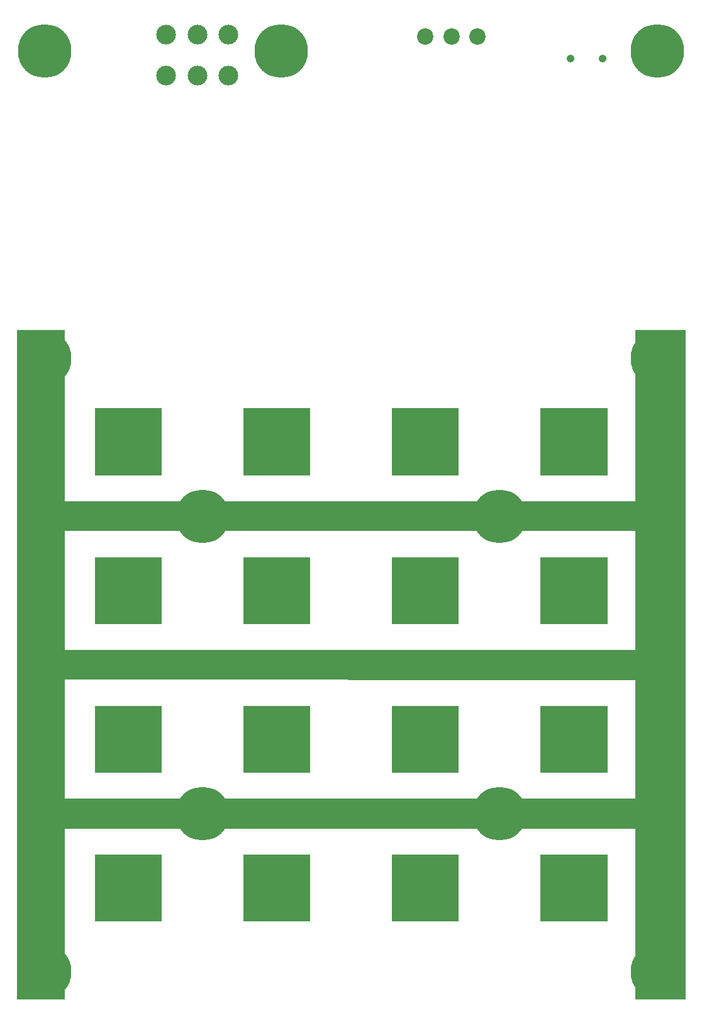
<source format=gbs>
%FSLAX44Y44*%
%MOMM*%
G71*
G01*
G75*
G04 Layer_Color=16711935*
%ADD10O,0.8000X0.2000*%
%ADD11O,0.2000X0.8000*%
%ADD12R,0.3500X0.3500*%
%ADD13C,0.6000*%
G04:AMPARAMS|DCode=14|XSize=1mm|YSize=0.95mm|CornerRadius=0.1995mm|HoleSize=0mm|Usage=FLASHONLY|Rotation=90.000|XOffset=0mm|YOffset=0mm|HoleType=Round|Shape=RoundedRectangle|*
%AMROUNDEDRECTD14*
21,1,1.0000,0.5510,0,0,90.0*
21,1,0.6010,0.9500,0,0,90.0*
1,1,0.3990,0.2755,0.3005*
1,1,0.3990,0.2755,-0.3005*
1,1,0.3990,-0.2755,-0.3005*
1,1,0.3990,-0.2755,0.3005*
%
%ADD14ROUNDEDRECTD14*%
G04:AMPARAMS|DCode=15|XSize=1mm|YSize=0.95mm|CornerRadius=0.1995mm|HoleSize=0mm|Usage=FLASHONLY|Rotation=0.000|XOffset=0mm|YOffset=0mm|HoleType=Round|Shape=RoundedRectangle|*
%AMROUNDEDRECTD15*
21,1,1.0000,0.5510,0,0,0.0*
21,1,0.6010,0.9500,0,0,0.0*
1,1,0.3990,0.3005,-0.2755*
1,1,0.3990,-0.3005,-0.2755*
1,1,0.3990,-0.3005,0.2755*
1,1,0.3990,0.3005,0.2755*
%
%ADD15ROUNDEDRECTD15*%
G04:AMPARAMS|DCode=16|XSize=1mm|YSize=0.9mm|CornerRadius=0.198mm|HoleSize=0mm|Usage=FLASHONLY|Rotation=90.000|XOffset=0mm|YOffset=0mm|HoleType=Round|Shape=RoundedRectangle|*
%AMROUNDEDRECTD16*
21,1,1.0000,0.5040,0,0,90.0*
21,1,0.6040,0.9000,0,0,90.0*
1,1,0.3960,0.2520,0.3020*
1,1,0.3960,0.2520,-0.3020*
1,1,0.3960,-0.2520,-0.3020*
1,1,0.3960,-0.2520,0.3020*
%
%ADD16ROUNDEDRECTD16*%
G04:AMPARAMS|DCode=17|XSize=1mm|YSize=0.9mm|CornerRadius=0.198mm|HoleSize=0mm|Usage=FLASHONLY|Rotation=0.000|XOffset=0mm|YOffset=0mm|HoleType=Round|Shape=RoundedRectangle|*
%AMROUNDEDRECTD17*
21,1,1.0000,0.5040,0,0,0.0*
21,1,0.6040,0.9000,0,0,0.0*
1,1,0.3960,0.3020,-0.2520*
1,1,0.3960,-0.3020,-0.2520*
1,1,0.3960,-0.3020,0.2520*
1,1,0.3960,0.3020,0.2520*
%
%ADD17ROUNDEDRECTD17*%
G04:AMPARAMS|DCode=18|XSize=2.7mm|YSize=1.15mm|CornerRadius=0.2013mm|HoleSize=0mm|Usage=FLASHONLY|Rotation=90.000|XOffset=0mm|YOffset=0mm|HoleType=Round|Shape=RoundedRectangle|*
%AMROUNDEDRECTD18*
21,1,2.7000,0.7475,0,0,90.0*
21,1,2.2975,1.1500,0,0,90.0*
1,1,0.4025,0.3738,1.1487*
1,1,0.4025,0.3738,-1.1487*
1,1,0.4025,-0.3738,-1.1487*
1,1,0.4025,-0.3738,1.1487*
%
%ADD18ROUNDEDRECTD18*%
G04:AMPARAMS|DCode=19|XSize=2.5mm|YSize=2mm|CornerRadius=0.2mm|HoleSize=0mm|Usage=FLASHONLY|Rotation=270.000|XOffset=0mm|YOffset=0mm|HoleType=Round|Shape=RoundedRectangle|*
%AMROUNDEDRECTD19*
21,1,2.5000,1.6000,0,0,270.0*
21,1,2.1000,2.0000,0,0,270.0*
1,1,0.4000,-0.8000,-1.0500*
1,1,0.4000,-0.8000,1.0500*
1,1,0.4000,0.8000,1.0500*
1,1,0.4000,0.8000,-1.0500*
%
%ADD19ROUNDEDRECTD19*%
G04:AMPARAMS|DCode=20|XSize=2.3mm|YSize=0.5mm|CornerRadius=0.2mm|HoleSize=0mm|Usage=FLASHONLY|Rotation=270.000|XOffset=0mm|YOffset=0mm|HoleType=Round|Shape=RoundedRectangle|*
%AMROUNDEDRECTD20*
21,1,2.3000,0.1000,0,0,270.0*
21,1,1.9000,0.5000,0,0,270.0*
1,1,0.4000,-0.0500,-0.9500*
1,1,0.4000,-0.0500,0.9500*
1,1,0.4000,0.0500,0.9500*
1,1,0.4000,0.0500,-0.9500*
%
%ADD20ROUNDEDRECTD20*%
G04:AMPARAMS|DCode=21|XSize=2.5mm|YSize=1.7mm|CornerRadius=0.204mm|HoleSize=0mm|Usage=FLASHONLY|Rotation=0.000|XOffset=0mm|YOffset=0mm|HoleType=Round|Shape=RoundedRectangle|*
%AMROUNDEDRECTD21*
21,1,2.5000,1.2920,0,0,0.0*
21,1,2.0920,1.7000,0,0,0.0*
1,1,0.4080,1.0460,-0.6460*
1,1,0.4080,-1.0460,-0.6460*
1,1,0.4080,-1.0460,0.6460*
1,1,0.4080,1.0460,0.6460*
%
%ADD21ROUNDEDRECTD21*%
G04:AMPARAMS|DCode=22|XSize=1.1mm|YSize=0.8mm|CornerRadius=0.268mm|HoleSize=0mm|Usage=FLASHONLY|Rotation=0.000|XOffset=0mm|YOffset=0mm|HoleType=Round|Shape=RoundedRectangle|*
%AMROUNDEDRECTD22*
21,1,1.1000,0.2640,0,0,0.0*
21,1,0.5640,0.8000,0,0,0.0*
1,1,0.5360,0.2820,-0.1320*
1,1,0.5360,-0.2820,-0.1320*
1,1,0.5360,-0.2820,0.1320*
1,1,0.5360,0.2820,0.1320*
%
%ADD22ROUNDEDRECTD22*%
G04:AMPARAMS|DCode=23|XSize=1.1mm|YSize=0.6mm|CornerRadius=0.201mm|HoleSize=0mm|Usage=FLASHONLY|Rotation=0.000|XOffset=0mm|YOffset=0mm|HoleType=Round|Shape=RoundedRectangle|*
%AMROUNDEDRECTD23*
21,1,1.1000,0.1980,0,0,0.0*
21,1,0.6980,0.6000,0,0,0.0*
1,1,0.4020,0.3490,-0.0990*
1,1,0.4020,-0.3490,-0.0990*
1,1,0.4020,-0.3490,0.0990*
1,1,0.4020,0.3490,0.0990*
%
%ADD23ROUNDEDRECTD23*%
G04:AMPARAMS|DCode=24|XSize=1.2mm|YSize=1.2mm|CornerRadius=0.198mm|HoleSize=0mm|Usage=FLASHONLY|Rotation=0.000|XOffset=0mm|YOffset=0mm|HoleType=Round|Shape=RoundedRectangle|*
%AMROUNDEDRECTD24*
21,1,1.2000,0.8040,0,0,0.0*
21,1,0.8040,1.2000,0,0,0.0*
1,1,0.3960,0.4020,-0.4020*
1,1,0.3960,-0.4020,-0.4020*
1,1,0.3960,-0.4020,0.4020*
1,1,0.3960,0.4020,0.4020*
%
%ADD24ROUNDEDRECTD24*%
G04:AMPARAMS|DCode=25|XSize=1.45mm|YSize=1.15mm|CornerRadius=0.2013mm|HoleSize=0mm|Usage=FLASHONLY|Rotation=0.000|XOffset=0mm|YOffset=0mm|HoleType=Round|Shape=RoundedRectangle|*
%AMROUNDEDRECTD25*
21,1,1.4500,0.7475,0,0,0.0*
21,1,1.0475,1.1500,0,0,0.0*
1,1,0.4025,0.5238,-0.3738*
1,1,0.4025,-0.5238,-0.3738*
1,1,0.4025,-0.5238,0.3738*
1,1,0.4025,0.5238,0.3738*
%
%ADD25ROUNDEDRECTD25*%
G04:AMPARAMS|DCode=26|XSize=1.45mm|YSize=1.15mm|CornerRadius=0.2013mm|HoleSize=0mm|Usage=FLASHONLY|Rotation=270.000|XOffset=0mm|YOffset=0mm|HoleType=Round|Shape=RoundedRectangle|*
%AMROUNDEDRECTD26*
21,1,1.4500,0.7475,0,0,270.0*
21,1,1.0475,1.1500,0,0,270.0*
1,1,0.4025,-0.3738,-0.5238*
1,1,0.4025,-0.3738,0.5238*
1,1,0.4025,0.3738,0.5238*
1,1,0.4025,0.3738,-0.5238*
%
%ADD26ROUNDEDRECTD26*%
G04:AMPARAMS|DCode=27|XSize=2.7mm|YSize=1.15mm|CornerRadius=0.2013mm|HoleSize=0mm|Usage=FLASHONLY|Rotation=180.000|XOffset=0mm|YOffset=0mm|HoleType=Round|Shape=RoundedRectangle|*
%AMROUNDEDRECTD27*
21,1,2.7000,0.7475,0,0,180.0*
21,1,2.2975,1.1500,0,0,180.0*
1,1,0.4025,-1.1487,0.3738*
1,1,0.4025,1.1487,0.3738*
1,1,0.4025,1.1487,-0.3738*
1,1,0.4025,-1.1487,-0.3738*
%
%ADD27ROUNDEDRECTD27*%
G04:AMPARAMS|DCode=28|XSize=1.05mm|YSize=0.65mm|CornerRadius=0.2015mm|HoleSize=0mm|Usage=FLASHONLY|Rotation=180.000|XOffset=0mm|YOffset=0mm|HoleType=Round|Shape=RoundedRectangle|*
%AMROUNDEDRECTD28*
21,1,1.0500,0.2470,0,0,180.0*
21,1,0.6470,0.6500,0,0,180.0*
1,1,0.4030,-0.3235,0.1235*
1,1,0.4030,0.3235,0.1235*
1,1,0.4030,0.3235,-0.1235*
1,1,0.4030,-0.3235,-0.1235*
%
%ADD28ROUNDEDRECTD28*%
G04:AMPARAMS|DCode=29|XSize=1.2mm|YSize=1.2mm|CornerRadius=0.198mm|HoleSize=0mm|Usage=FLASHONLY|Rotation=90.000|XOffset=0mm|YOffset=0mm|HoleType=Round|Shape=RoundedRectangle|*
%AMROUNDEDRECTD29*
21,1,1.2000,0.8040,0,0,90.0*
21,1,0.8040,1.2000,0,0,90.0*
1,1,0.3960,0.4020,0.4020*
1,1,0.3960,0.4020,-0.4020*
1,1,0.3960,-0.4020,-0.4020*
1,1,0.3960,-0.4020,0.4020*
%
%ADD29ROUNDEDRECTD29*%
G04:AMPARAMS|DCode=30|XSize=3.3mm|YSize=2.5mm|CornerRadius=0.2mm|HoleSize=0mm|Usage=FLASHONLY|Rotation=270.000|XOffset=0mm|YOffset=0mm|HoleType=Round|Shape=RoundedRectangle|*
%AMROUNDEDRECTD30*
21,1,3.3000,2.1000,0,0,270.0*
21,1,2.9000,2.5000,0,0,270.0*
1,1,0.4000,-1.0500,-1.4500*
1,1,0.4000,-1.0500,1.4500*
1,1,0.4000,1.0500,1.4500*
1,1,0.4000,1.0500,-1.4500*
%
%ADD30ROUNDEDRECTD30*%
G04:AMPARAMS|DCode=31|XSize=6.5mm|YSize=5mm|CornerRadius=0.25mm|HoleSize=0mm|Usage=FLASHONLY|Rotation=90.000|XOffset=0mm|YOffset=0mm|HoleType=Round|Shape=RoundedRectangle|*
%AMROUNDEDRECTD31*
21,1,6.5000,4.5000,0,0,90.0*
21,1,6.0000,5.0000,0,0,90.0*
1,1,0.5000,2.2500,3.0000*
1,1,0.5000,2.2500,-3.0000*
1,1,0.5000,-2.2500,-3.0000*
1,1,0.5000,-2.2500,3.0000*
%
%ADD31ROUNDEDRECTD31*%
%ADD32O,0.5000X1.3500*%
%ADD33O,1.3500X0.5000*%
G04:AMPARAMS|DCode=34|XSize=1.75mm|YSize=1.05mm|CornerRadius=0.1995mm|HoleSize=0mm|Usage=FLASHONLY|Rotation=90.000|XOffset=0mm|YOffset=0mm|HoleType=Round|Shape=RoundedRectangle|*
%AMROUNDEDRECTD34*
21,1,1.7500,0.6510,0,0,90.0*
21,1,1.3510,1.0500,0,0,90.0*
1,1,0.3990,0.3255,0.6755*
1,1,0.3990,0.3255,-0.6755*
1,1,0.3990,-0.3255,-0.6755*
1,1,0.3990,-0.3255,0.6755*
%
%ADD34ROUNDEDRECTD34*%
G04:AMPARAMS|DCode=35|XSize=0.7mm|YSize=0.25mm|CornerRadius=0.0838mm|HoleSize=0mm|Usage=FLASHONLY|Rotation=0.000|XOffset=0mm|YOffset=0mm|HoleType=Round|Shape=RoundedRectangle|*
%AMROUNDEDRECTD35*
21,1,0.7000,0.0825,0,0,0.0*
21,1,0.5325,0.2500,0,0,0.0*
1,1,0.1675,0.2662,-0.0413*
1,1,0.1675,-0.2662,-0.0413*
1,1,0.1675,-0.2662,0.0413*
1,1,0.1675,0.2662,0.0413*
%
%ADD35ROUNDEDRECTD35*%
G04:AMPARAMS|DCode=36|XSize=1.35mm|YSize=1.65mm|CornerRadius=0.27mm|HoleSize=0mm|Usage=FLASHONLY|Rotation=90.000|XOffset=0mm|YOffset=0mm|HoleType=Round|Shape=RoundedRectangle|*
%AMROUNDEDRECTD36*
21,1,1.3500,1.1100,0,0,90.0*
21,1,0.8100,1.6500,0,0,90.0*
1,1,0.5400,0.5550,0.4050*
1,1,0.5400,0.5550,-0.4050*
1,1,0.5400,-0.5550,-0.4050*
1,1,0.5400,-0.5550,0.4050*
%
%ADD36ROUNDEDRECTD36*%
%ADD37O,0.6000X1.5500*%
G04:AMPARAMS|DCode=38|XSize=3.95mm|YSize=1.2mm|CornerRadius=0.198mm|HoleSize=0mm|Usage=FLASHONLY|Rotation=0.000|XOffset=0mm|YOffset=0mm|HoleType=Round|Shape=RoundedRectangle|*
%AMROUNDEDRECTD38*
21,1,3.9500,0.8040,0,0,0.0*
21,1,3.5540,1.2000,0,0,0.0*
1,1,0.3960,1.7770,-0.4020*
1,1,0.3960,-1.7770,-0.4020*
1,1,0.3960,-1.7770,0.4020*
1,1,0.3960,1.7770,0.4020*
%
%ADD38ROUNDEDRECTD38*%
G04:AMPARAMS|DCode=39|XSize=11.3mm|YSize=10.75mm|CornerRadius=0.215mm|HoleSize=0mm|Usage=FLASHONLY|Rotation=0.000|XOffset=0mm|YOffset=0mm|HoleType=Round|Shape=RoundedRectangle|*
%AMROUNDEDRECTD39*
21,1,11.3000,10.3200,0,0,0.0*
21,1,10.8700,10.7500,0,0,0.0*
1,1,0.4300,5.4350,-5.1600*
1,1,0.4300,-5.4350,-5.1600*
1,1,0.4300,-5.4350,5.1600*
1,1,0.4300,5.4350,5.1600*
%
%ADD39ROUNDEDRECTD39*%
G04:AMPARAMS|DCode=40|XSize=2.85mm|YSize=1mm|CornerRadius=0.2mm|HoleSize=0mm|Usage=FLASHONLY|Rotation=0.000|XOffset=0mm|YOffset=0mm|HoleType=Round|Shape=RoundedRectangle|*
%AMROUNDEDRECTD40*
21,1,2.8500,0.6000,0,0,0.0*
21,1,2.4500,1.0000,0,0,0.0*
1,1,0.4000,1.2250,-0.3000*
1,1,0.4000,-1.2250,-0.3000*
1,1,0.4000,-1.2250,0.3000*
1,1,0.4000,1.2250,0.3000*
%
%ADD40ROUNDEDRECTD40*%
G04:AMPARAMS|DCode=41|XSize=6.45mm|YSize=6mm|CornerRadius=0.21mm|HoleSize=0mm|Usage=FLASHONLY|Rotation=0.000|XOffset=0mm|YOffset=0mm|HoleType=Round|Shape=RoundedRectangle|*
%AMROUNDEDRECTD41*
21,1,6.4500,5.5800,0,0,0.0*
21,1,6.0300,6.0000,0,0,0.0*
1,1,0.4200,3.0150,-2.7900*
1,1,0.4200,-3.0150,-2.7900*
1,1,0.4200,-3.0150,2.7900*
1,1,0.4200,3.0150,2.7900*
%
%ADD41ROUNDEDRECTD41*%
%ADD42O,1.5500X0.6000*%
G04:AMPARAMS|DCode=43|XSize=4.9mm|YSize=1.6mm|CornerRadius=0.2mm|HoleSize=0mm|Usage=FLASHONLY|Rotation=270.000|XOffset=0mm|YOffset=0mm|HoleType=Round|Shape=RoundedRectangle|*
%AMROUNDEDRECTD43*
21,1,4.9000,1.2000,0,0,270.0*
21,1,4.5000,1.6000,0,0,270.0*
1,1,0.4000,-0.6000,-2.2500*
1,1,0.4000,-0.6000,2.2500*
1,1,0.4000,0.6000,2.2500*
1,1,0.4000,0.6000,-2.2500*
%
%ADD43ROUNDEDRECTD43*%
%ADD44C,1.0000*%
%ADD45O,1.5000X0.3000*%
%ADD46O,0.3000X1.5000*%
%ADD47R,1.3000X1.3000*%
%ADD48C,1.3000*%
%ADD49C,0.2000*%
%ADD50C,0.2500*%
%ADD51C,0.6000*%
%ADD52C,0.5000*%
%ADD53C,0.4000*%
%ADD54C,0.4500*%
%ADD55C,0.3500*%
%ADD56C,2.0000*%
%ADD57C,0.2540*%
%ADD58C,0.3000*%
%ADD59C,0.5000*%
%ADD60C,2.5000*%
%ADD61C,7.0000*%
%ADD62C,2.0000*%
%ADD63C,4.5000*%
%ADD64C,0.1500*%
%ADD65C,0.1000*%
%ADD66C,0.1524*%
%ADD67C,0.0000*%
%ADD68O,0.9000X0.3000*%
%ADD69O,0.3000X0.9000*%
%ADD70R,0.5500X0.5500*%
%ADD71C,0.8000*%
G04:AMPARAMS|DCode=72|XSize=1.15mm|YSize=1.1mm|CornerRadius=0.2745mm|HoleSize=0mm|Usage=FLASHONLY|Rotation=90.000|XOffset=0mm|YOffset=0mm|HoleType=Round|Shape=RoundedRectangle|*
%AMROUNDEDRECTD72*
21,1,1.1500,0.5510,0,0,90.0*
21,1,0.6010,1.1000,0,0,90.0*
1,1,0.5490,0.2755,0.3005*
1,1,0.5490,0.2755,-0.3005*
1,1,0.5490,-0.2755,-0.3005*
1,1,0.5490,-0.2755,0.3005*
%
%ADD72ROUNDEDRECTD72*%
G04:AMPARAMS|DCode=73|XSize=1.15mm|YSize=1.1mm|CornerRadius=0.2745mm|HoleSize=0mm|Usage=FLASHONLY|Rotation=0.000|XOffset=0mm|YOffset=0mm|HoleType=Round|Shape=RoundedRectangle|*
%AMROUNDEDRECTD73*
21,1,1.1500,0.5510,0,0,0.0*
21,1,0.6010,1.1000,0,0,0.0*
1,1,0.5490,0.3005,-0.2755*
1,1,0.5490,-0.3005,-0.2755*
1,1,0.5490,-0.3005,0.2755*
1,1,0.5490,0.3005,0.2755*
%
%ADD73ROUNDEDRECTD73*%
G04:AMPARAMS|DCode=74|XSize=1.15mm|YSize=1.05mm|CornerRadius=0.273mm|HoleSize=0mm|Usage=FLASHONLY|Rotation=90.000|XOffset=0mm|YOffset=0mm|HoleType=Round|Shape=RoundedRectangle|*
%AMROUNDEDRECTD74*
21,1,1.1500,0.5040,0,0,90.0*
21,1,0.6040,1.0500,0,0,90.0*
1,1,0.5460,0.2520,0.3020*
1,1,0.5460,0.2520,-0.3020*
1,1,0.5460,-0.2520,-0.3020*
1,1,0.5460,-0.2520,0.3020*
%
%ADD74ROUNDEDRECTD74*%
G04:AMPARAMS|DCode=75|XSize=1.15mm|YSize=1.05mm|CornerRadius=0.273mm|HoleSize=0mm|Usage=FLASHONLY|Rotation=0.000|XOffset=0mm|YOffset=0mm|HoleType=Round|Shape=RoundedRectangle|*
%AMROUNDEDRECTD75*
21,1,1.1500,0.5040,0,0,0.0*
21,1,0.6040,1.0500,0,0,0.0*
1,1,0.5460,0.3020,-0.2520*
1,1,0.5460,-0.3020,-0.2520*
1,1,0.5460,-0.3020,0.2520*
1,1,0.5460,0.3020,0.2520*
%
%ADD75ROUNDEDRECTD75*%
G04:AMPARAMS|DCode=76|XSize=2.85mm|YSize=1.3mm|CornerRadius=0.2763mm|HoleSize=0mm|Usage=FLASHONLY|Rotation=90.000|XOffset=0mm|YOffset=0mm|HoleType=Round|Shape=RoundedRectangle|*
%AMROUNDEDRECTD76*
21,1,2.8500,0.7475,0,0,90.0*
21,1,2.2975,1.3000,0,0,90.0*
1,1,0.5525,0.3738,1.1487*
1,1,0.5525,0.3738,-1.1487*
1,1,0.5525,-0.3738,-1.1487*
1,1,0.5525,-0.3738,1.1487*
%
%ADD76ROUNDEDRECTD76*%
G04:AMPARAMS|DCode=77|XSize=2.65mm|YSize=2.15mm|CornerRadius=0.275mm|HoleSize=0mm|Usage=FLASHONLY|Rotation=270.000|XOffset=0mm|YOffset=0mm|HoleType=Round|Shape=RoundedRectangle|*
%AMROUNDEDRECTD77*
21,1,2.6500,1.6000,0,0,270.0*
21,1,2.1000,2.1500,0,0,270.0*
1,1,0.5500,-0.8000,-1.0500*
1,1,0.5500,-0.8000,1.0500*
1,1,0.5500,0.8000,1.0500*
1,1,0.5500,0.8000,-1.0500*
%
%ADD77ROUNDEDRECTD77*%
G04:AMPARAMS|DCode=78|XSize=2.45mm|YSize=0.65mm|CornerRadius=0.275mm|HoleSize=0mm|Usage=FLASHONLY|Rotation=270.000|XOffset=0mm|YOffset=0mm|HoleType=Round|Shape=RoundedRectangle|*
%AMROUNDEDRECTD78*
21,1,2.4500,0.1000,0,0,270.0*
21,1,1.9000,0.6500,0,0,270.0*
1,1,0.5500,-0.0500,-0.9500*
1,1,0.5500,-0.0500,0.9500*
1,1,0.5500,0.0500,0.9500*
1,1,0.5500,0.0500,-0.9500*
%
%ADD78ROUNDEDRECTD78*%
G04:AMPARAMS|DCode=79|XSize=2.65mm|YSize=1.85mm|CornerRadius=0.279mm|HoleSize=0mm|Usage=FLASHONLY|Rotation=0.000|XOffset=0mm|YOffset=0mm|HoleType=Round|Shape=RoundedRectangle|*
%AMROUNDEDRECTD79*
21,1,2.6500,1.2920,0,0,0.0*
21,1,2.0920,1.8500,0,0,0.0*
1,1,0.5580,1.0460,-0.6460*
1,1,0.5580,-1.0460,-0.6460*
1,1,0.5580,-1.0460,0.6460*
1,1,0.5580,1.0460,0.6460*
%
%ADD79ROUNDEDRECTD79*%
G04:AMPARAMS|DCode=80|XSize=1.25mm|YSize=0.95mm|CornerRadius=0.343mm|HoleSize=0mm|Usage=FLASHONLY|Rotation=0.000|XOffset=0mm|YOffset=0mm|HoleType=Round|Shape=RoundedRectangle|*
%AMROUNDEDRECTD80*
21,1,1.2500,0.2640,0,0,0.0*
21,1,0.5640,0.9500,0,0,0.0*
1,1,0.6860,0.2820,-0.1320*
1,1,0.6860,-0.2820,-0.1320*
1,1,0.6860,-0.2820,0.1320*
1,1,0.6860,0.2820,0.1320*
%
%ADD80ROUNDEDRECTD80*%
G04:AMPARAMS|DCode=81|XSize=1.25mm|YSize=0.75mm|CornerRadius=0.276mm|HoleSize=0mm|Usage=FLASHONLY|Rotation=0.000|XOffset=0mm|YOffset=0mm|HoleType=Round|Shape=RoundedRectangle|*
%AMROUNDEDRECTD81*
21,1,1.2500,0.1980,0,0,0.0*
21,1,0.6980,0.7500,0,0,0.0*
1,1,0.5520,0.3490,-0.0990*
1,1,0.5520,-0.3490,-0.0990*
1,1,0.5520,-0.3490,0.0990*
1,1,0.5520,0.3490,0.0990*
%
%ADD81ROUNDEDRECTD81*%
G04:AMPARAMS|DCode=82|XSize=1.35mm|YSize=1.35mm|CornerRadius=0.273mm|HoleSize=0mm|Usage=FLASHONLY|Rotation=0.000|XOffset=0mm|YOffset=0mm|HoleType=Round|Shape=RoundedRectangle|*
%AMROUNDEDRECTD82*
21,1,1.3500,0.8040,0,0,0.0*
21,1,0.8040,1.3500,0,0,0.0*
1,1,0.5460,0.4020,-0.4020*
1,1,0.5460,-0.4020,-0.4020*
1,1,0.5460,-0.4020,0.4020*
1,1,0.5460,0.4020,0.4020*
%
%ADD82ROUNDEDRECTD82*%
G04:AMPARAMS|DCode=83|XSize=1.6mm|YSize=1.3mm|CornerRadius=0.2763mm|HoleSize=0mm|Usage=FLASHONLY|Rotation=0.000|XOffset=0mm|YOffset=0mm|HoleType=Round|Shape=RoundedRectangle|*
%AMROUNDEDRECTD83*
21,1,1.6000,0.7475,0,0,0.0*
21,1,1.0475,1.3000,0,0,0.0*
1,1,0.5525,0.5238,-0.3738*
1,1,0.5525,-0.5238,-0.3738*
1,1,0.5525,-0.5238,0.3738*
1,1,0.5525,0.5238,0.3738*
%
%ADD83ROUNDEDRECTD83*%
G04:AMPARAMS|DCode=84|XSize=1.6mm|YSize=1.3mm|CornerRadius=0.2763mm|HoleSize=0mm|Usage=FLASHONLY|Rotation=270.000|XOffset=0mm|YOffset=0mm|HoleType=Round|Shape=RoundedRectangle|*
%AMROUNDEDRECTD84*
21,1,1.6000,0.7475,0,0,270.0*
21,1,1.0475,1.3000,0,0,270.0*
1,1,0.5525,-0.3738,-0.5238*
1,1,0.5525,-0.3738,0.5238*
1,1,0.5525,0.3738,0.5238*
1,1,0.5525,0.3738,-0.5238*
%
%ADD84ROUNDEDRECTD84*%
G04:AMPARAMS|DCode=85|XSize=2.85mm|YSize=1.3mm|CornerRadius=0.2763mm|HoleSize=0mm|Usage=FLASHONLY|Rotation=180.000|XOffset=0mm|YOffset=0mm|HoleType=Round|Shape=RoundedRectangle|*
%AMROUNDEDRECTD85*
21,1,2.8500,0.7475,0,0,180.0*
21,1,2.2975,1.3000,0,0,180.0*
1,1,0.5525,-1.1487,0.3738*
1,1,0.5525,1.1487,0.3738*
1,1,0.5525,1.1487,-0.3738*
1,1,0.5525,-1.1487,-0.3738*
%
%ADD85ROUNDEDRECTD85*%
G04:AMPARAMS|DCode=86|XSize=1.2mm|YSize=0.8mm|CornerRadius=0.2765mm|HoleSize=0mm|Usage=FLASHONLY|Rotation=180.000|XOffset=0mm|YOffset=0mm|HoleType=Round|Shape=RoundedRectangle|*
%AMROUNDEDRECTD86*
21,1,1.2000,0.2470,0,0,180.0*
21,1,0.6470,0.8000,0,0,180.0*
1,1,0.5530,-0.3235,0.1235*
1,1,0.5530,0.3235,0.1235*
1,1,0.5530,0.3235,-0.1235*
1,1,0.5530,-0.3235,-0.1235*
%
%ADD86ROUNDEDRECTD86*%
G04:AMPARAMS|DCode=87|XSize=1.35mm|YSize=1.35mm|CornerRadius=0.273mm|HoleSize=0mm|Usage=FLASHONLY|Rotation=90.000|XOffset=0mm|YOffset=0mm|HoleType=Round|Shape=RoundedRectangle|*
%AMROUNDEDRECTD87*
21,1,1.3500,0.8040,0,0,90.0*
21,1,0.8040,1.3500,0,0,90.0*
1,1,0.5460,0.4020,0.4020*
1,1,0.5460,0.4020,-0.4020*
1,1,0.5460,-0.4020,-0.4020*
1,1,0.5460,-0.4020,0.4020*
%
%ADD87ROUNDEDRECTD87*%
G04:AMPARAMS|DCode=88|XSize=3.45mm|YSize=2.65mm|CornerRadius=0.275mm|HoleSize=0mm|Usage=FLASHONLY|Rotation=270.000|XOffset=0mm|YOffset=0mm|HoleType=Round|Shape=RoundedRectangle|*
%AMROUNDEDRECTD88*
21,1,3.4500,2.1000,0,0,270.0*
21,1,2.9000,2.6500,0,0,270.0*
1,1,0.5500,-1.0500,-1.4500*
1,1,0.5500,-1.0500,1.4500*
1,1,0.5500,1.0500,1.4500*
1,1,0.5500,1.0500,-1.4500*
%
%ADD88ROUNDEDRECTD88*%
G04:AMPARAMS|DCode=89|XSize=6.65mm|YSize=5.15mm|CornerRadius=0.325mm|HoleSize=0mm|Usage=FLASHONLY|Rotation=90.000|XOffset=0mm|YOffset=0mm|HoleType=Round|Shape=RoundedRectangle|*
%AMROUNDEDRECTD89*
21,1,6.6500,4.5000,0,0,90.0*
21,1,6.0000,5.1500,0,0,90.0*
1,1,0.6500,2.2500,3.0000*
1,1,0.6500,2.2500,-3.0000*
1,1,0.6500,-2.2500,-3.0000*
1,1,0.6500,-2.2500,3.0000*
%
%ADD89ROUNDEDRECTD89*%
%ADD90O,0.6500X1.5000*%
%ADD91O,1.5000X0.6500*%
G04:AMPARAMS|DCode=92|XSize=1.9mm|YSize=1.2mm|CornerRadius=0.2745mm|HoleSize=0mm|Usage=FLASHONLY|Rotation=90.000|XOffset=0mm|YOffset=0mm|HoleType=Round|Shape=RoundedRectangle|*
%AMROUNDEDRECTD92*
21,1,1.9000,0.6510,0,0,90.0*
21,1,1.3510,1.2000,0,0,90.0*
1,1,0.5490,0.3255,0.6755*
1,1,0.5490,0.3255,-0.6755*
1,1,0.5490,-0.3255,-0.6755*
1,1,0.5490,-0.3255,0.6755*
%
%ADD92ROUNDEDRECTD92*%
G04:AMPARAMS|DCode=93|XSize=0.8mm|YSize=0.35mm|CornerRadius=0.1338mm|HoleSize=0mm|Usage=FLASHONLY|Rotation=0.000|XOffset=0mm|YOffset=0mm|HoleType=Round|Shape=RoundedRectangle|*
%AMROUNDEDRECTD93*
21,1,0.8000,0.0825,0,0,0.0*
21,1,0.5325,0.3500,0,0,0.0*
1,1,0.2675,0.2662,-0.0413*
1,1,0.2675,-0.2662,-0.0413*
1,1,0.2675,-0.2662,0.0413*
1,1,0.2675,0.2662,0.0413*
%
%ADD93ROUNDEDRECTD93*%
G04:AMPARAMS|DCode=94|XSize=1.5mm|YSize=1.8mm|CornerRadius=0.345mm|HoleSize=0mm|Usage=FLASHONLY|Rotation=90.000|XOffset=0mm|YOffset=0mm|HoleType=Round|Shape=RoundedRectangle|*
%AMROUNDEDRECTD94*
21,1,1.5000,1.1100,0,0,90.0*
21,1,0.8100,1.8000,0,0,90.0*
1,1,0.6900,0.5550,0.4050*
1,1,0.6900,0.5550,-0.4050*
1,1,0.6900,-0.5550,-0.4050*
1,1,0.6900,-0.5550,0.4050*
%
%ADD94ROUNDEDRECTD94*%
%ADD95O,0.7500X1.7000*%
G04:AMPARAMS|DCode=96|XSize=4.1mm|YSize=1.35mm|CornerRadius=0.273mm|HoleSize=0mm|Usage=FLASHONLY|Rotation=0.000|XOffset=0mm|YOffset=0mm|HoleType=Round|Shape=RoundedRectangle|*
%AMROUNDEDRECTD96*
21,1,4.1000,0.8040,0,0,0.0*
21,1,3.5540,1.3500,0,0,0.0*
1,1,0.5460,1.7770,-0.4020*
1,1,0.5460,-1.7770,-0.4020*
1,1,0.5460,-1.7770,0.4020*
1,1,0.5460,1.7770,0.4020*
%
%ADD96ROUNDEDRECTD96*%
G04:AMPARAMS|DCode=97|XSize=11.45mm|YSize=10.9mm|CornerRadius=0.29mm|HoleSize=0mm|Usage=FLASHONLY|Rotation=0.000|XOffset=0mm|YOffset=0mm|HoleType=Round|Shape=RoundedRectangle|*
%AMROUNDEDRECTD97*
21,1,11.4500,10.3200,0,0,0.0*
21,1,10.8700,10.9000,0,0,0.0*
1,1,0.5800,5.4350,-5.1600*
1,1,0.5800,-5.4350,-5.1600*
1,1,0.5800,-5.4350,5.1600*
1,1,0.5800,5.4350,5.1600*
%
%ADD97ROUNDEDRECTD97*%
G04:AMPARAMS|DCode=98|XSize=3mm|YSize=1.15mm|CornerRadius=0.275mm|HoleSize=0mm|Usage=FLASHONLY|Rotation=0.000|XOffset=0mm|YOffset=0mm|HoleType=Round|Shape=RoundedRectangle|*
%AMROUNDEDRECTD98*
21,1,3.0000,0.6000,0,0,0.0*
21,1,2.4500,1.1500,0,0,0.0*
1,1,0.5500,1.2250,-0.3000*
1,1,0.5500,-1.2250,-0.3000*
1,1,0.5500,-1.2250,0.3000*
1,1,0.5500,1.2250,0.3000*
%
%ADD98ROUNDEDRECTD98*%
G04:AMPARAMS|DCode=99|XSize=6.6mm|YSize=6.15mm|CornerRadius=0.285mm|HoleSize=0mm|Usage=FLASHONLY|Rotation=0.000|XOffset=0mm|YOffset=0mm|HoleType=Round|Shape=RoundedRectangle|*
%AMROUNDEDRECTD99*
21,1,6.6000,5.5800,0,0,0.0*
21,1,6.0300,6.1500,0,0,0.0*
1,1,0.5700,3.0150,-2.7900*
1,1,0.5700,-3.0150,-2.7900*
1,1,0.5700,-3.0150,2.7900*
1,1,0.5700,3.0150,2.7900*
%
%ADD99ROUNDEDRECTD99*%
%ADD100O,1.7000X0.7500*%
G04:AMPARAMS|DCode=101|XSize=5.05mm|YSize=1.75mm|CornerRadius=0.275mm|HoleSize=0mm|Usage=FLASHONLY|Rotation=270.000|XOffset=0mm|YOffset=0mm|HoleType=Round|Shape=RoundedRectangle|*
%AMROUNDEDRECTD101*
21,1,5.0500,1.2000,0,0,270.0*
21,1,4.5000,1.7500,0,0,270.0*
1,1,0.5500,-0.6000,-2.2500*
1,1,0.5500,-0.6000,2.2500*
1,1,0.5500,0.6000,2.2500*
1,1,0.5500,0.6000,-2.2500*
%
%ADD101ROUNDEDRECTD101*%
%ADD102C,2.0000*%
%ADD103O,1.6000X0.4000*%
%ADD104O,0.4000X1.6000*%
%ADD105R,1.5000X1.5000*%
%ADD106C,1.5000*%
%ADD107C,1.0500*%
%ADD108C,2.6500*%
%ADD109C,7.2000*%
%ADD110C,2.2000*%
G36*
X-705000Y105000D02*
X-795000D01*
Y195000D01*
X-705000D01*
Y105000D01*
D02*
G37*
G36*
X-305000Y105000D02*
X-395000D01*
Y195000D01*
X-305000D01*
Y105000D01*
D02*
G37*
G36*
X-105000Y105000D02*
X-195000D01*
Y195000D01*
X-105000D01*
Y105000D01*
D02*
G37*
G36*
X-505000D02*
X-595000D01*
Y195000D01*
X-505000D01*
Y105000D01*
D02*
G37*
G36*
X0Y900000D02*
Y270000D01*
Y230000D01*
Y-0D01*
X-67500Y0D01*
Y230000D01*
X-835000D01*
Y0D01*
X-900000D01*
Y230000D01*
X-900000D01*
Y270000D01*
X-900000D01*
Y430000D01*
X-900000D01*
Y470000D01*
X-900000D01*
Y630000D01*
X-900000D01*
Y670000D01*
X-900000D01*
Y900000D01*
X-835000D01*
Y670000D01*
X-67500D01*
Y900000D01*
X0Y900000D01*
D02*
G37*
G36*
X-505000Y705000D02*
X-595000D01*
Y795000D01*
X-505000D01*
Y705000D01*
D02*
G37*
G36*
X-105000D02*
X-195000D01*
Y795000D01*
X-105000D01*
Y705000D01*
D02*
G37*
G36*
X-305000Y705000D02*
X-395000D01*
Y795000D01*
X-305000D01*
Y705000D01*
D02*
G37*
G36*
X-705000Y705000D02*
X-795000D01*
Y795000D01*
X-705000D01*
Y705000D01*
D02*
G37*
%LPC*%
G36*
X-835000Y429953D02*
Y270000D01*
X-67500D01*
Y429396D01*
X-835000Y429953D01*
D02*
G37*
G36*
X-67500Y630000D02*
X-835000D01*
Y470000D01*
X-67500D01*
Y630000D01*
D02*
G37*
%LPD*%
G36*
X-505000Y505000D02*
X-595000D01*
Y595000D01*
X-505000D01*
Y505000D01*
D02*
G37*
G36*
X-705000D02*
X-795000D01*
Y595000D01*
X-705000D01*
Y505000D01*
D02*
G37*
G36*
X-105000D02*
X-195000D01*
Y595000D01*
X-105000D01*
Y505000D01*
D02*
G37*
G36*
X-305000D02*
X-395000D01*
Y595000D01*
X-305000D01*
Y505000D01*
D02*
G37*
G36*
X-505000Y305000D02*
X-595000D01*
Y395000D01*
X-505000D01*
Y305000D01*
D02*
G37*
G36*
X-305000D02*
X-395000D01*
Y395000D01*
X-305000D01*
Y305000D01*
D02*
G37*
G36*
X-105000D02*
X-195000D01*
Y395000D01*
X-105000D01*
Y305000D01*
D02*
G37*
G36*
X-705000D02*
X-795000D01*
Y395000D01*
X-705000D01*
Y305000D01*
D02*
G37*
D107*
X-155000Y1264999D02*
D03*
X-111000D02*
D03*
D108*
X-699000Y1242000D02*
D03*
X-657000D02*
D03*
X-615000D02*
D03*
Y1297000D02*
D03*
X-657000D02*
D03*
X-699000D02*
D03*
D109*
X-862500Y1275000D02*
D03*
X-544000Y1275000D02*
D03*
X-250000Y650000D02*
D03*
Y250000D02*
D03*
X-862500Y862500D02*
D03*
X-37500D02*
D03*
X-862500Y37500D02*
D03*
X-37500D02*
D03*
X-37500Y1275000D02*
D03*
X-650000Y650000D02*
D03*
Y250000D02*
D03*
D110*
X-350000Y1295000D02*
D03*
X-315000D02*
D03*
X-280000D02*
D03*
M02*

</source>
